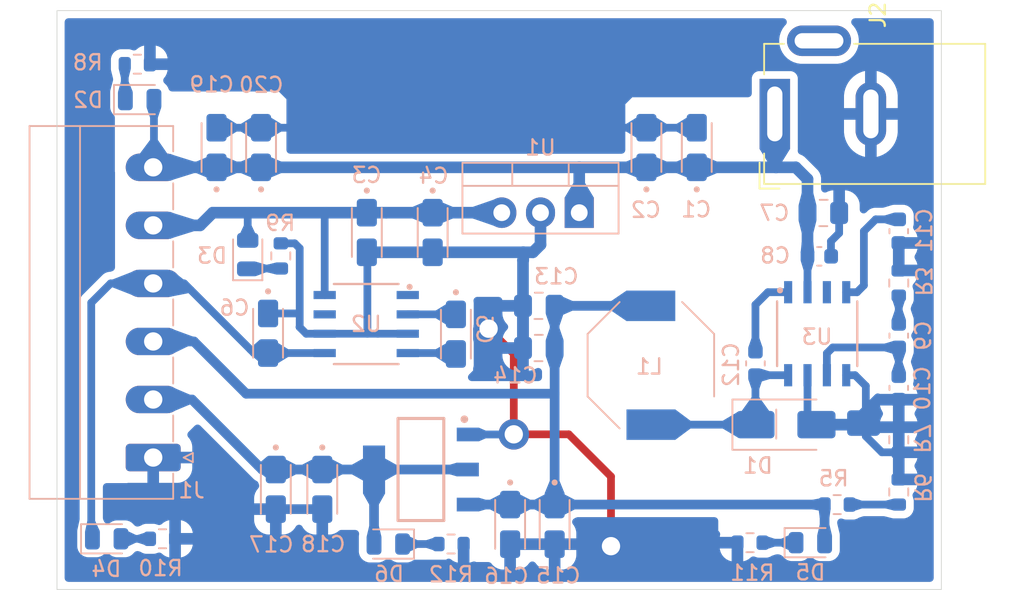
<source format=kicad_pcb>
(kicad_pcb (version 20240108) (generator "pcbnew") (generator_version "8.0")
  (layers (0 "F.Cu" signal) (31 "B.Cu" signal) (34 "B.Paste" user) (35 "F.Paste" user) (36 "B.SilkS" user "B.Silkscreen") (37 "F.SilkS" user "F.Silkscreen") (38 "B.Mask" user) (39 "F.Mask" user) (44 "Edge.Cuts" user))
  (net 0 "")
  (net 1 "+12V")
  (net 2 "+9V")
  (net 3 "Net-(U2-CAP-)")
  (net 4 "Net-(U2-CAP+)")
  (net 5 "-9V")
  (net 6 "Net-(C9-Pad1)")
  (net 7 "Net-(U3-COMP)")
  (net 8 "Net-(U3-SS)")
  (net 9 "Net-(U3-BOOT)")
  (net 10 "Net-(D1-K)")
  (net 11 "+5V")
  (net 12 "+3.3V")
  (net 13 "GND")
  (net 14 "Net-(D2-K)")
  (net 15 "Net-(D3-K)")
  (net 16 "Net-(D4-A)")
  (net 17 "Net-(D5-K)")
  (net 18 "Net-(D6-K)")
  (net 20 "Net-(R5-Pad1)")
  (footprint "Connector_BarrelJack:BarrelJack_GCT_DCJ200-10-A_Horizontal" (layer "F.Cu") (at 183.0062 87.2998 90)
    (property "Reference" "J2" (at 6.492 6.7564 90) (layer "F.SilkS") (effects (font (thickness 0.1524))))
    (property "Value" "Barrel_Jack_Switch")
    (pad "1" thru_hole rect (at 0 0 90) (size 4.6 2) (drill oval 3.6 1) (layers "*.Cu" "*.Mask") (net 1 "+12V"))
    (pad "2" thru_hole oval (at 0 6.3 90) (size 4.2 2) (drill oval 3.2 1) (layers "*.Cu" "*.Mask") (net 13 "GND"))
    (pad "3" thru_hole oval (at 4.8 2.9 90) (size 2 4.2) (drill oval 1 3.2) (layers "*.Cu" "*.Mask"))
  )
  (footprint "charge_battery_footprint_lib:Res_0603" (layer "B.Cu") (at 191.7446 110.7572 -90)
    (property "Reference" "R6" (at 1.079 -0.9398 -90) (layer "B.SilkS") (effects (font (thickness 0.1524)) (justify mirror)))
    (property "Value" "49.9K/1%/1_10W" (hide yes))
    (pad "1" smd roundrect (at 0.5338 0.6096 270) (size 0.8 0.95) (layers "B.Cu" "B.Paste" "B.Mask") (net 13 "GND"))
    (pad "2" smd roundrect (at 2.1838 0.6096 270) (size 0.8 0.95) (layers "B.Cu" "B.Paste" "B.Mask") (net 20 "Net-(R5-Pad1)"))
  )
  (footprint "charge_battery_footprint_lib:Res_0603" (layer "B.Cu") (at 188.4548 113.5506 180)
    (property "Reference" "R5" (at 1.587 2.324 0) (layer "B.SilkS") (effects (font (thickness 0.1524)) (justify mirror)))
    (property "Value" "2.49K/1%/1_10W" (hide yes))
    (pad "1" smd roundrect (at 0.5338 0.6096 180) (size 0.8 0.95) (layers "B.Cu" "B.Paste" "B.Mask") (net 20 "Net-(R5-Pad1)"))
    (pad "2" smd roundrect (at 2.1838 0.6096 180) (size 0.8 0.95) (layers "B.Cu" "B.Paste" "B.Mask") (net 11 "+5V"))
  )
  (footprint "charge_battery_footprint_lib:Tan_Cap_A" (layer "B.Cu") (at 145.3915 91.805 90)
    (property "Reference" "C19" (at 6.4356 0.6839 0) (layer "B.SilkS") (effects (font (thickness 0.1524)) (justify mirror)))
    (property "Value" "10uF/16V")
    (pad "1" smd roundrect (at 1 1 90) (size 1.81 1.32) (layers "B.Cu" "B.Paste" "B.Mask") (roundrect_rratio 0.17) (net 1 "+12V"))
    (pad "2" smd roundrect (at 3.6 1 90) (size 1.81 1.32) (layers "B.Cu" "B.Paste" "B.Mask") (roundrect_rratio 0.17) (net 13 "GND"))
  )
  (footprint "charge_battery_footprint_lib:Ceramic_Cap_0603" (layer "B.Cu") (at 185.926 96.647 180)
    (property "Reference" "C8" (at 2.8936 0.0508 0) (layer "B.SilkS") (effects (font (thickness 0.1524)) (justify mirror)))
    (property "Value" "100nF/16V")
    (pad "1" smd roundrect (at -0.775 0 180) (size 0.9 0.95) (layers "B.Cu" "B.Paste" "B.Mask") (net 13 "GND"))
    (pad "2" smd roundrect (at 0.775 0 180) (size 0.9 0.95) (layers "B.Cu" "B.Paste" "B.Mask") (net 1 "+12V"))
  )
  (footprint "charge_battery_footprint_lib:LED_0805" (layer "B.Cu") (at 157.659491 115.5328 180)
    (property "Reference" "D6" (at -0.049109 -1.9676 0) (layer "B.SilkS") (effects (font (thickness 0.1524)) (justify mirror)))
    (property "Value" "3V3")
    (pad "1" smd roundrect (at -0.9375 0 180) (size 0.975 1.4) (layers "B.Cu" "B.Paste" "B.Mask") (net 18 "Net-(D6-K)"))
    (pad "2" smd roundrect (at 0.9375 0 180) (size 0.975 1.4) (layers "B.Cu" "B.Paste" "B.Mask") (net 12 "+3.3V"))
  )
  (footprint "charge_battery_footprint_lib:Res_0603" (layer "B.Cu") (at 160.4142 114.9232)
    (property "Reference" "R12" (at 1.3584 2.6026 0) (layer "B.SilkS") (effects (font (thickness 0.1524)) (justify mirror)))
    (property "Value" "1K/1%/1_10W" (hide yes))
    (pad "1" smd roundrect (at 0.5338 0.6096) (size 0.8 0.95) (layers "B.Cu" "B.Paste" "B.Mask") (net 18 "Net-(D6-K)"))
    (pad "2" smd roundrect (at 2.1838 0.6096) (size 0.8 0.95) (layers "B.Cu" "B.Paste" "B.Mask") (net 13 "GND"))
  )
  (footprint "charge_battery_footprint_lib:Ceramic_Cap_0603" (layer "B.Cu") (at 191.135 105.283 90)
    (property "Reference" "C10" (at -0.0254 1.5494 90) (layer "B.SilkS") (effects (font (thickness 0.1524)) (justify mirror)))
    (property "Value" "39pF/50V")
    (pad "1" smd roundrect (at -0.775 0 90) (size 0.9 0.95) (layers "B.Cu" "B.Paste" "B.Mask") (net 13 "GND"))
    (pad "2" smd roundrect (at 0.775 0 90) (size 0.9 0.95) (layers "B.Cu" "B.Paste" "B.Mask") (net 7 "Net-(U3-COMP)"))
  )
  (footprint "charge_battery_footprint_lib:Res_0603" (layer "B.Cu") (at 141.4912 114.5794)
    (property "Reference" "R10" (at 1.2314 2.54 0) (layer "B.SilkS") (effects (font (thickness 0.1524)) (justify mirror)))
    (property "Value" "10K/1%/1_10W" (hide yes))
    (pad "1" smd roundrect (at 0.5338 0.6096) (size 0.8 0.95) (layers "B.Cu" "B.Paste" "B.Mask") (net 16 "Net-(D4-A)"))
    (pad "2" smd roundrect (at 2.1838 0.6096) (size 0.8 0.95) (layers "B.Cu" "B.Paste" "B.Mask") (net 13 "GND"))
  )
  (footprint "charge_battery_footprint_lib:Tan_Cap_A" (layer "B.Cu") (at 148.3125 91.805 90)
    (property "Reference" "C20" (at 6.4102 1.0141 0) (layer "B.SilkS") (effects (font (thickness 0.1524)) (justify mirror)))
    (property "Value" "1uF/16V")
    (pad "1" smd roundrect (at 1 1 90) (size 1.81 1.32) (layers "B.Cu" "B.Paste" "B.Mask") (roundrect_rratio 0.17) (net 1 "+12V"))
    (pad "2" smd roundrect (at 3.6 1 90) (size 1.81 1.32) (layers "B.Cu" "B.Paste" "B.Mask") (roundrect_rratio 0.17) (net 13 "GND"))
  )
  (footprint "charge_battery_footprint_lib:LED_0805" (layer "B.Cu") (at 148.4376 96.5341 90)
    (property "Reference" "D3" (at -0.0739 -2.3368 0) (layer "B.SilkS") (effects (font (thickness 0.1524)) (justify mirror)))
    (property "Value" "9V")
    (pad "1" smd roundrect (at -0.9375 0 90) (size 0.975 1.4) (layers "B.Cu" "B.Paste" "B.Mask") (net 15 "Net-(D3-K)"))
    (pad "2" smd roundrect (at 0.9375 0 90) (size 0.975 1.4) (layers "B.Cu" "B.Paste" "B.Mask") (net 2 "+9V"))
  )
  (footprint "charge_battery_footprint_lib:Ceramic_Cap_0805" (layer "B.Cu") (at 186.2045 93.853 180)
    (property "Reference" "C7" (at 3.2229 0.0508 0) (layer "B.SilkS") (effects (font (thickness 0.1524)) (justify mirror)))
    (property "Value" "4.7uF/50V")
    (pad "1" smd roundrect (at -1.0215 0.0508 180) (size 1.175 1.45) (layers "B.Cu" "B.Paste" "B.Mask") (roundrect_rratio 0.212766) (net 13 "GND"))
    (pad "2" smd roundrect (at 1.0535 0.0508 180) (size 1.175 1.45) (layers "B.Cu" "B.Paste" "B.Mask") (roundrect_rratio 0.212766) (net 1 "+12V"))
  )
  (footprint "charge_battery_footprint_lib:SOIC-8" (layer "B.Cu") (at 156.21 101.092 180)
    (property "Reference" "U2" (at 0 0 0) (layer "B.SilkS") (effects (font (thickness 0.1524)) (justify mirror)))
    (property "Value" "ICL7662CBA")
    (pad "1" smd rect (at -2.72415 1.905 180) (size 1.4605 0.5334) (layers "B.Cu" "B.Paste" "B.Mask"))
    (pad "2" smd rect (at -2.72415 0.635 180) (size 1.4605 0.5334) (layers "B.Cu" "B.Paste" "B.Mask") (net 4 "Net-(U2-CAP+)"))
    (pad "3" smd rect (at -2.72415 -0.635 180) (size 1.4605 0.5334) (layers "B.Cu" "B.Paste" "B.Mask") (net 13 "GND"))
    (pad "4" smd rect (at -2.72415 -1.905 180) (size 1.4605 0.5334) (layers "B.Cu" "B.Paste" "B.Mask") (net 3 "Net-(U2-CAP-)"))
    (pad "5" smd rect (at 2.72415 -1.905 180) (size 1.4605 0.5334) (layers "B.Cu" "B.Paste" "B.Mask") (net 5 "-9V"))
    (pad "6" smd rect (at 2.72415 -0.635 180) (size 1.4605 0.5334) (layers "B.Cu" "B.Paste" "B.Mask") (net 13 "GND"))
    (pad "7" smd rect (at 2.72415 0.635 180) (size 1.4605 0.5334) (layers "B.Cu" "B.Paste" "B.Mask"))
    (pad "8" smd rect (at 2.72415 1.905 180) (size 1.4605 0.5334) (layers "B.Cu" "B.Paste" "B.Mask") (net 2 "+9V"))
  )
  (footprint "charge_battery_footprint_lib:LED_0805" (layer "B.Cu") (at 141.351 86.36)
    (property "Reference" "D2" (at -3.3782 0.0254 0) (layer "B.SilkS") (effects (font (thickness 0.1524)) (justify mirror)))
    (property "Value" "12V")
    (pad "1" smd roundrect (at -0.9375 0) (size 0.975 1.4) (layers "B.Cu" "B.Paste" "B.Mask") (net 14 "Net-(D2-K)"))
    (pad "2" smd roundrect (at 0.9375 0) (size 0.975 1.4) (layers "B.Cu" "B.Paste" "B.Mask") (net 1 "+12V"))
  )
  (footprint "charge_battery_footprint_lib:Tan_Cap_A" (layer "B.Cu") (at 169.5665 111.941 -90)
    (property "Reference" "C15" (at 5.661 0.7581 0) (layer "B.SilkS") (effects (font (thickness 0.1524)) (justify mirror)))
    (property "Value" "10uF/16V")
    (pad "1" smd roundrect (at 1 1 270) (size 1.81 1.32) (layers "B.Cu" "B.Paste" "B.Mask") (roundrect_rratio 0.17) (net 11 "+5V"))
    (pad "2" smd roundrect (at 3.6 1 270) (size 1.81 1.32) (layers "B.Cu" "B.Paste" "B.Mask") (roundrect_rratio 0.17) (net 13 "GND"))
  )
  (footprint "charge_battery_footprint_lib:Res_0603" (layer "B.Cu") (at 191.7446 107.3282 -90)
    (property "Reference" "R7" (at 1.2822 -0.889 -90) (layer "B.SilkS") (effects (font (thickness 0.1524)) (justify mirror)))
    (property "Value" "10K/1%/1_10W" (hide yes))
    (pad "1" smd roundrect (at 0.5338 0.6096 270) (size 0.8 0.95) (layers "B.Cu" "B.Paste" "B.Mask") (net 13 "GND"))
    (pad "2" smd roundrect (at 2.1838 0.6096 270) (size 0.8 0.95) (layers "B.Cu" "B.Paste" "B.Mask") (net 13 "GND"))
  )
  (footprint "charge_battery_footprint_lib:Ceramic_Cap_0603" (layer "B.Cu") (at 191.135 94.996 90)
    (property "Reference" "C11" (at 0.0508 1.6764 90) (layer "B.SilkS") (effects (font (thickness 0.1524)) (justify mirror)))
    (property "Value" "10nF/50V")
    (pad "1" smd roundrect (at -0.775 0 90) (size 0.9 0.95) (layers "B.Cu" "B.Paste" "B.Mask") (net 13 "GND"))
    (pad "2" smd roundrect (at 0.775 0 90) (size 0.9 0.95) (layers "B.Cu" "B.Paste" "B.Mask") (net 8 "Net-(U3-SS)"))
  )
  (footprint "charge_battery_footprint_lib:Res_0603" (layer "B.Cu") (at 139.8402 83.4272)
    (property "Reference" "R8" (at -1.8928 0.4944 0) (layer "B.SilkS") (effects (font (thickness 0.1524)) (justify mirror)))
    (property "Value" "10K/1%/1_10W" (hide yes))
    (pad "1" smd roundrect (at 0.5338 0.6096) (size 0.8 0.95) (layers "B.Cu" "B.Paste" "B.Mask") (net 14 "Net-(D2-K)"))
    (pad "2" smd roundrect (at 2.1838 0.6096) (size 0.8 0.95) (layers "B.Cu" "B.Paste" "B.Mask") (net 13 "GND"))
  )
  (footprint "charge_battery_footprint_lib:SOT-223" (layer "B.Cu") (at 160.02 110.621412 180)
    (property "Reference" "U4" (hide yes))
    (property "Value" "LD1117S33CTR_SOT223" (hide yes))
    (pad "1" smd rect (at -2.851991 2.280412 90) (size 0.900001 1.45) (layers "B.Cu" "B.Paste" "B.Mask") (net 13 "GND"))
    (pad "2" smd rect (at -2.851991 -0.019588 90) (size 0.900001 1.45) (layers "B.Cu" "B.Paste" "B.Mask") (net 12 "+3.3V"))
    (pad "3" smd rect (at -2.851991 -2.319588 90) (size 0.900001 1.45) (layers "B.Cu" "B.Paste" "B.Mask") (net 11 "+5V"))
    (pad "4" smd rect (at 3.298009 -0.019588 90) (size 3.149999 1.45) (layers "B.Cu" "B.Paste" "B.Mask") (net 12 "+3.3V"))
  )
  (footprint "charge_battery_footprint_lib:D_SMA" (layer "B.Cu") (at 183.737 107.696)
    (property "Reference" "D1" (at -1.8476 2.6924 0) (layer "B.SilkS") (effects (font (thickness 0.1524)) (justify mirror)))
    (property "Value" "SS54")
    (pad "1" smd roundrect (at 2 0) (size 2.5 1.8) (layers "B.Cu" "B.Paste" "B.Mask") (roundrect_rratio 0.1388888889) (net 13 "GND"))
    (pad "2" smd roundrect (at -2 0) (size 2.5 1.8) (layers "B.Cu" "B.Paste" "B.Mask") (roundrect_rratio 0.1388888889) (net 10 "Net-(D1-K)"))
  )
  (footprint "charge_battery_footprint_lib:Tan_Cap_A" (layer "B.Cu") (at 166.6475 111.941 -90)
    (property "Reference" "C16" (at 5.6864 1.2427 0) (layer "B.SilkS") (effects (font (thickness 0.1524)) (justify mirror)))
    (property "Value" "1uF/16V")
    (pad "1" smd roundrect (at 1 1 270) (size 1.81 1.32) (layers "B.Cu" "B.Paste" "B.Mask") (roundrect_rratio 0.17) (net 11 "+5V"))
    (pad "2" smd roundrect (at 3.6 1 270) (size 1.81 1.32) (layers "B.Cu" "B.Paste" "B.Mask") (roundrect_rratio 0.17) (net 13 "GND"))
  )
  (footprint "charge_battery_footprint_lib:Tan_Cap_A" (layer "B.Cu") (at 157.2495 92.782 -90)
    (property "Reference" "C3" (at -1.469 1.0141 0) (layer "B.SilkS") (effects (font (thickness 0.1524)) (justify mirror)))
    (property "Value" "1uF/16V")
    (pad "1" smd roundrect (at 1 1 270) (size 1.81 1.32) (layers "B.Cu" "B.Paste" "B.Mask") (roundrect_rratio 0.17) (net 2 "+9V"))
    (pad "2" smd roundrect (at 3.6 1 270) (size 1.81 1.32) (layers "B.Cu" "B.Paste" "B.Mask") (roundrect_rratio 0.17) (net 13 "GND"))
  )
  (footprint "charge_battery_footprint_lib:Tan_Cap_A" (layer "B.Cu") (at 173.5855 91.805 90)
    (property "Reference" "C2" (at -1.794 0.9633 0) (layer "B.SilkS") (effects (font (thickness 0.1524)) (justify mirror)))
    (property "Value" "1uF/16V")
    (pad "1" smd roundrect (at 1 1 90) (size 1.81 1.32) (layers "B.Cu" "B.Paste" "B.Mask") (roundrect_rratio 0.17) (net 1 "+12V"))
    (pad "2" smd roundrect (at 3.6 1 90) (size 1.81 1.32) (layers "B.Cu" "B.Paste" "B.Mask") (roundrect_rratio 0.17) (net 13 "GND"))
  )
  (footprint "charge_battery_footprint_lib:Ceramic_Cap_0805" (layer "B.Cu") (at 167.513 102.616)
    (property "Reference" "C14" (at -1.524 1.8542 0) (layer "B.SilkS") (effects (font (thickness 0.1524)) (justify mirror)))
    (property "Value" "47uF/6.3V")
    (pad "1" smd roundrect (at -1.0215 0.0508) (size 1.175 1.45) (layers "B.Cu" "B.Paste" "B.Mask") (roundrect_rratio 0.212766) (net 13 "GND"))
    (pad "2" smd roundrect (at 1.0535 0.0508) (size 1.175 1.45) (layers "B.Cu" "B.Paste" "B.Mask") (roundrect_rratio 0.212766) (net 11 "+5V"))
  )
  (footprint "charge_battery_footprint_lib:LED_0805" (layer "B.Cu") (at 185.3335 115.443)
    (property "Reference" "D5" (at 0.0103 1.9558 0) (layer "B.SilkS") (effects (font (thickness 0.1524)) (justify mirror)))
    (property "Value" "5V")
    (pad "1" smd roundrect (at -0.9375 0) (size 0.975 1.4) (layers "B.Cu" "B.Paste" "B.Mask") (net 17 "Net-(D5-K)"))
    (pad "2" smd roundrect (at 0.9375 0) (size 0.975 1.4) (layers "B.Cu" "B.Paste" "B.Mask") (net 11 "+5V"))
  )
  (footprint "charge_battery_footprint_lib:Res_0603" (layer "B.Cu") (at 182.7398 116.0526 180)
    (property "Reference" "R11" (at 1.206 -1.3716 0) (layer "B.SilkS") (effects (font (thickness 0.1524)) (justify mirror)))
    (property "Value" "1K/1%/1_10W" (hide yes))
    (pad "1" smd roundrect (at 0.5338 0.6096 180) (size 0.8 0.95) (layers "B.Cu" "B.Paste" "B.Mask") (net 17 "Net-(D5-K)"))
    (pad "2" smd roundrect (at 2.1838 0.6096 180) (size 0.8 0.95) (layers "B.Cu" "B.Paste" "B.Mask") (net 13 "GND"))
  )
  (footprint "charge_battery_footprint_lib:LED_0805" (layer "B.Cu") (at 139.192 115.189)
    (property "Reference" "D4" (at -0.0254 1.9812 0) (layer "B.SilkS") (effects (font (thickness 0.1524)) (justify mirror)))
    (property "Value" "-9V")
    (pad "1" smd roundrect (at -0.9375 0) (size 0.975 1.4) (layers "B.Cu" "B.Paste" "B.Mask") (net 5 "-9V"))
    (pad "2" smd roundrect (at 0.9375 0) (size 0.975 1.4) (layers "B.Cu" "B.Paste" "B.Mask") (net 16 "Net-(D4-A)"))
  )
  (footprint "charge_battery_footprint_lib:Ceramic_Cap_0603" (layer "B.Cu") (at 181.737 103.67615 -90)
    (property "Reference" "C12" (at 0.08285 1.6002 90) (layer "B.SilkS") (effects (font (thickness 0.1524)) (justify mirror)))
    (property "Value" "100nF/16V")
    (pad "1" smd roundrect (at -0.775 0 270) (size 0.9 0.95) (layers "B.Cu" "B.Paste" "B.Mask") (net 9 "Net-(U3-BOOT)"))
    (pad "2" smd roundrect (at 0.775 0 270) (size 0.9 0.95) (layers "B.Cu" "B.Paste" "B.Mask") (net 10 "Net-(D1-K)"))
  )
  (footprint "charge_battery_footprint_lib:Tan_Cap_A" (layer "B.Cu") (at 176.8875 91.805 90)
    (property "Reference" "C1" (at -1.7686 0.9633 0) (layer "B.SilkS") (effects (font (thickness 0.1524)) (justify mirror)))
    (property "Value" "10uF/16V")
    (pad "1" smd roundrect (at 1 1 90) (size 1.81 1.32) (layers "B.Cu" "B.Paste" "B.Mask") (roundrect_rratio 0.17) (net 1 "+12V"))
    (pad "2" smd roundrect (at 3.6 1 90) (size 1.81 1.32) (layers "B.Cu" "B.Paste" "B.Mask") (roundrect_rratio 0.17) (net 13 "GND"))
  )
  (footprint "Connector_Phoenix_MC:PhoenixContact_MC_1,5_6-G-3.81_1x06_P3.81mm_Horizontal" (layer "B.Cu") (at 142.24 109.855 90)
    (property "Reference" "J1" (at -2.159 2.5146 0) (layer "B.SilkS") (effects (font (thickness 0.1524)) (justify mirror)))
    (property "Value" "Conn_01x06_Socket")
    (pad "1" thru_hole roundrect (at 0 0 90) (size 1.8 3.6) (drill 1.2) (layers "*.Cu" "*.Mask") (roundrect_rratio 0.138889) (net 13 "GND"))
    (pad "2" thru_hole oval (at 3.81 0 90) (size 1.8 3.6) (drill 1.2) (layers "*.Cu" "*.Mask") (net 12 "+3.3V"))
    (pad "3" thru_hole oval (at 7.62 0 90) (size 1.8 3.6) (drill 1.2) (layers "*.Cu" "*.Mask") (net 11 "+5V"))
    (pad "4" thru_hole oval (at 11.43 0 90) (size 1.8 3.6) (drill 1.2) (layers "*.Cu" "*.Mask") (net 5 "-9V"))
    (pad "5" thru_hole oval (at 15.24 0 90) (size 1.8 3.6) (drill 1.2) (layers "*.Cu" "*.Mask") (net 2 "+9V"))
    (pad "6" thru_hole oval (at 19.05 0 90) (size 1.8 3.6) (drill 1.2) (layers "*.Cu" "*.Mask") (net 1 "+12V"))
  )
  (footprint "charge_battery_footprint_lib:Inductor_6.8u_4.4A" (layer "B.Cu") (at 174.879 103.7822 90)
    (property "Reference" "L1" (at -0.1038 -0.1016 0) (layer "B.SilkS") (effects (font (thickness 0.1524)) (justify mirror)))
    (property "Value" "6.8u/4.4A")
    (pad "1" smd rect (at -3.9138 0 90) (size 2 3.2) (layers "B.Cu" "B.Paste" "B.Mask") (net 10 "Net-(D1-K)"))
    (pad "2" smd rect (at 3.8862 0 90) (size 2 3.2) (layers "B.Cu" "B.Paste" "B.Mask") (net 11 "+5V"))
  )
  (footprint "charge_battery_footprint_lib:Tan_Cap_A" (layer "B.Cu") (at 151.2805 109.641 -90)
    (property "Reference" "C17" (at 5.929 1.2935 0) (layer "B.SilkS") (effects (font (thickness 0.1524)) (justify mirror)))
    (property "Value" "10uF/16V")
    (pad "1" smd roundrect (at 1 1 270) (size 1.81 1.32) (layers "B.Cu" "B.Paste" "B.Mask") (roundrect_rratio 0.17) (net 12 "+3.3V"))
    (pad "2" smd roundrect (at 3.6 1 270) (size 1.81 1.32) (layers "B.Cu" "B.Paste" "B.Mask") (roundrect_rratio 0.17) (net 13 "GND"))
  )
  (footprint "charge_battery_footprint_lib:Ceramic_Cap_0603" (layer "B.Cu") (at 191.135 101.854 -90)
    (property "Reference" "C9" (at 0 -1.6002 90) (layer "B.SilkS") (effects (font (thickness 0.1524)) (justify mirror)))
    (property "Value" "4.7nF/50V")
    (pad "1" smd roundrect (at -0.775 0 270) (size 0.9 0.95) (layers "B.Cu" "B.Paste" "B.Mask") (net 6 "Net-(C9-Pad1)"))
    (pad "2" smd roundrect (at 0.775 0 270) (size 0.9 0.95) (layers "B.Cu" "B.Paste" "B.Mask") (net 7 "Net-(U3-COMP)"))
  )
  (footprint "charge_battery_footprint_lib:SOIC-8" (layer "B.Cu") (at 185.786 101.727 -90)
    (property "Reference" "U3" (at 0.2032 0.0104 0) (layer "B.SilkS") (effects (font (thickness 0.1524)) (justify mirror)))
    (property "Value" "TPS54331DR")
    (pad "1" smd rect (at -2.72415 1.905 270) (size 1.4605 0.5334) (layers "B.Cu" "B.Paste" "B.Mask") (net 9 "Net-(U3-BOOT)"))
    (pad "2" smd rect (at -2.72415 0.635 270) (size 1.4605 0.5334) (layers "B.Cu" "B.Paste" "B.Mask") (net 1 "+12V"))
    (pad "3" smd rect (at -2.72415 -0.635 270) (size 1.4605 0.5334) (layers "B.Cu" "B.Paste" "B.Mask"))
    (pad "4" smd rect (at -2.72415 -1.905 270) (size 1.4605 0.5334) (layers "B.Cu" "B.Paste" "B.Mask") (net 8 "Net-(U3-SS)"))
    (pad "5" smd rect (at 2.72415 -1.905 270) (size 1.4605 0.5334) (layers "B.Cu" "B.Paste" "B.Mask") (net 13 "GND"))
    (pad "6" smd rect (at 2.72415 -0.635 270) (size 1.4605 0.5334) (layers "B.Cu" "B.Paste" "B.Mask") (net 7 "Net-(U3-COMP)"))
    (pad "7" smd rect (at 2.72415 0.635 270) (size 1.4605 0.5334) (layers "B.Cu" "B.Paste" "B.Mask") (net 13 "GND"))
    (pad "8" smd rect (at 2.72415 1.905 270) (size 1.4605 0.5334) (layers "B.Cu" "B.Paste" "B.Mask") (net 10 "Net-(D1-K)"))
  )
  (footprint "charge_battery_footprint_lib:Tan_Cap_A" (layer "B.Cu") (at 154.3285 109.641 -90)
    (property "Reference" "C18" (at 5.9036 0.9379 0) (layer "B.SilkS") (effects (font (thickness 0.1524)) (justify mirror)))
    (property "Value" "1uF/16V")
    (pad "1" smd roundrect (at 1 1 270) (size 1.81 1.32) (layers "B.Cu" "B.Paste" "B.Mask") (roundrect_rratio 0.17) (net 12 "+3.3V"))
    (pad "2" smd roundrect (at 3.6 1 270) (size 1.81 1.32) (layers "B.Cu" "B.Paste" "B.Mask") (roundrect_rratio 0.17) (net 13 "GND"))
  )
  (footprint "charge_battery_footprint_lib:Ceramic_Cap_0805" (layer "B.Cu") (at 167.513 99.8452)
    (property "Reference" "C13" (at 1.1684 -1.8774 0) (layer "B.SilkS") (effects (font (thickness 0.1524)) (justify mirror)))
    (property "Value" "47uF/6.3V")
    (pad "1" smd roundrect (at -1.0215 0.0508) (size 1.175 1.45) (layers "B.Cu" "B.Paste" "B.Mask") (roundrect_rratio 0.212766) (net 13 "GND"))
    (pad "2" smd roundrect (at 1.0535 0.0508) (size 1.175 1.45) (layers "B.Cu" "B.Paste" "B.Mask") (roundrect_rratio 0.212766) (net 11 "+5V"))
  )
  (footprint "charge_battery_footprint_lib:Tan_Cap_A" (layer "B.Cu") (at 150.7725 99.397 -90)
    (property "Reference" "C6" (at 0.6282 3.1985 0) (layer "B.SilkS") (effects (font (thickness 0.1524)) (justify mirror)))
    (property "Value" "10uF/16V")
    (pad "1" smd roundrect (at 1 1 270) (size 1.81 1.32) (layers "B.Cu" "B.Paste" "B.Mask") (roundrect_rratio 0.17) (net 13 "GND"))
    (pad "2" smd roundrect (at 3.6 1 270) (size 1.81 1.32) (layers "B.Cu" "B.Paste" "B.Mask") (roundrect_rratio 0.17) (net 5 "-9V"))
  )
  (footprint "charge_battery_footprint_lib:Tan_Cap_A" (layer "B.Cu") (at 161.5675 92.782 -90)
    (property "Reference" "C4" (at -1.4182 0.9379 0) (layer "B.SilkS") (effects (font (thickness 0.1524)) (justify mirror)))
    (property "Value" "10uF/16V")
    (pad "1" smd roundrect (at 1 1 270) (size 1.81 1.32) (layers "B.Cu" "B.Paste" "B.Mask") (roundrect_rratio 0.17) (net 2 "+9V"))
    (pad "2" smd roundrect (at 3.6 1 270) (size 1.81 1.32) (layers "B.Cu" "B.Paste" "B.Mask") (roundrect_rratio 0.17) (net 13 "GND"))
  )
  (footprint "charge_battery_footprint_lib:TO-220-3" (layer "B.Cu") (at 170.18 93.782 180)
    (property "Reference" "U1" (at 2.54 4.27 0) (layer "B.SilkS") (effects (font (thickness 0.1524)) (justify mirror)))
    (property "Value" "L7809CV")
    (pad "1" thru_hole rect (at 0 0 180) (size 1.905 2) (drill 1.1) (layers "*.Cu" "*.Mask") (net 1 "+12V"))
    (pad "2" thru_hole oval (at 2.54 0 180) (size 1.905 2) (drill 1.1) (layers "*.Cu" "*.Mask") (net 13 "GND"))
    (pad "3" thru_hole oval (at 5.08 0 180) (size 1.905 2) (drill 1.1) (layers "*.Cu" "*.Mask") (net 2 "+9V"))
  )
  (footprint "charge_battery_footprint_lib:Res_0603" (layer "B.Cu") (at 150.0006 97.98 90)
    (property "Reference" "R9" (at 3.5174 0.5706 0) (layer "B.SilkS") (effects (font (thickness 0.1524)) (justify mirror)))
    (property "Value" "10K/1%/1_10W" (hide yes))
    (pad "1" smd roundrect (at 0.5338 0.6096 90) (size 0.8 0.95) (layers "B.Cu" "B.Paste" "B.Mask") (net 15 "Net-(D3-K)"))
    (pad "2" smd roundrect (at 2.1838 0.6096 90) (size 0.8 0.95) (layers "B.Cu" "B.Paste" "B.Mask") (net 13 "GND"))
  )
  (footprint "charge_battery_footprint_lib:Res_0603" (layer "B.Cu") (at 191.7446 97.0412 -90)
    (property "Reference" "R3" (at 1.2568 -0.9906 -90) (layer "B.SilkS") (effects (font (thickness 0.1524)) (justify mirror)))
    (property "Value" "30K/1%/1_10W" (hide yes))
    (pad "1" smd roundrect (at 0.5338 0.6096 270) (size 0.8 0.95) (layers "B.Cu" "B.Paste" "B.Mask") (net 13 "GND"))
    (pad "2" smd roundrect (at 2.1838 0.6096 270) (size 0.8 0.95) (layers "B.Cu" "B.Paste" "B.Mask") (net 6 "Net-(C9-Pad1)"))
  )
  (footprint "charge_battery_footprint_lib:Tan_Cap_A" (layer "B.Cu") (at 163.0915 99.457 -90)
    (property "Reference" "C5" (at 1.9652 -0.8655 -90) (layer "B.SilkS") (effects (font (thickness 0.1524)) (justify mirror)))
    (property "Value" "10uF/16V")
    (pad "1" smd roundrect (at 1 1 270) (size 1.81 1.32) (layers "B.Cu" "B.Paste" "B.Mask") (roundrect_rratio 0.17) (net 4 "Net-(U2-CAP+)"))
    (pad "2" smd roundrect (at 3.6 1 270) (size 1.81 1.32) (layers "B.Cu" "B.Paste" "B.Mask") (roundrect_rratio 0.17) (net 3 "Net-(U2-CAP-)"))
  )
  (gr_rect (start 135.929 80.518) (end 193.929 118.518) (stroke (width 0.05)) (fill none) (layer "Edge.Cuts"))
  (segment (start 170.18 90.805) (end 149.3125 90.805) (width 0.762) (layer "B.Cu") (net 1))
  (segment (start 149.3125 90.805) (end 146.3915 90.805) (width 0.762) (layer "B.Cu") (net 1))
  (segment (start 185.151 99.00285) (end 185.151 96.647) (width 0.508) (layer "B.Cu") (net 1))
  (segment (start 146.3915 90.805) (end 142.24 90.805) (width 0.762) (layer "B.Cu") (net 1))
  (segment (start 183.0062 90.728) (end 183.0062 87.2998) (width 0.762) (layer "B.Cu") (net 1))
  (segment (start 185.151 91.5774) (end 184.3786 90.805) (width 0.762) (layer "B.Cu") (net 1))
  (segment (start 142.2885 90.7565) (end 142.24 90.805) (width 0.508) (layer "B.Cu") (net 1))
  (segment (start 184.3786 90.805) (end 183.0832 90.805) (width 0.762) (layer "B.Cu") (net 1))
  (segment (start 142.2885 86.36) (end 142.2885 90.7565) (width 0.508) (layer "B.Cu") (net 1))
  (segment (start 185.151 93.8022) (end 185.151 91.5774) (width 0.762) (layer "B.Cu") (net 1))
  (segment (start 183.0832 90.805) (end 183.0062 90.728) (width 0.762) (layer "B.Cu") (net 1))
  (segment (start 174.427 91.0125) (end 174.5855 90.854) (width 0.508) (layer "B.Cu") (net 1))
  (segment (start 170.18 93.782) (end 170.18 90.805) (width 0.762) (layer "B.Cu") (net 1))
  (segment (start 177.8875 90.805) (end 174.5855 90.805) (width 0.762) (layer "B.Cu") (net 1))
  (segment (start 177.8875 90.805) (end 183.0832 90.805) (width 0.762) (layer "B.Cu") (net 1))
  (segment (start 185.151 93.8022) (end 185.151 96.647) (width 0.762) (layer "B.Cu") (net 1))
  (segment (start 174.5855 90.805) (end 170.18 90.805) (width 0.762) (layer "B.Cu") (net 1))
  (segment (start 146.1464 93.782) (end 145.3134 94.615) (width 0.762) (layer "B.Cu") (net 2))
  (segment (start 148.4376 95.5966) (end 148.4376 93.782) (width 0.508) (layer "B.Cu") (net 2))
  (segment (start 145.3134 94.615) (end 142.24 94.615) (width 0.762) (layer "B.Cu") (net 2))
  (segment (start 153.48585 99.187) (end 153.48585 93.83915) (width 0.508) (layer "B.Cu") (net 2))
  (segment (start 153.48585 93.83915) (end 153.543 93.782) (width 0.508) (layer "B.Cu") (net 2))
  (segment (start 165.1 93.782) (end 160.5675 93.782) (width 0.762) (layer "B.Cu") (net 2))
  (segment (start 148.4376 93.782) (end 146.1464 93.782) (width 0.762) (layer "B.Cu") (net 2))
  (segment (start 157.5195 93.782) (end 153.543 93.782) (width 0.762) (layer "B.Cu") (net 2))
  (segment (start 160.5675 93.782) (end 157.5195 93.782) (width 0.762) (layer "B.Cu") (net 2))
  (segment (start 153.543 93.782) (end 148.4376 93.782) (width 0.762) (layer "B.Cu") (net 2))
  (segment (start 158.93415 102.997) (end 162.0315 102.997) (width 0.508) (layer "B.Cu") (net 3))
  (segment (start 162.0315 102.997) (end 162.0915 103.057) (width 0.508) (layer "B.Cu") (net 3))
  (segment (start 158.93415 100.457) (end 162.0915 100.457) (width 0.508) (layer "B.Cu") (net 4))
  (segment (start 144.272 98.425) (end 142.24 98.425) (width 0.508) (layer "B.Cu") (net 5))
  (segment (start 149.7725 102.997) (end 148.844 102.997) (width 0.508) (layer "B.Cu") (net 5))
  (segment (start 153.48585 102.997) (end 149.7725 102.997) (width 0.508) (layer "B.Cu") (net 5))
  (segment (start 148.844 102.997) (end 144.272 98.425) (width 0.508) (layer "B.Cu") (net 5))
  (segment (start 138.176 99.695) (end 138.176 115.1105) (width 0.508) (layer "B.Cu") (net 5))
  (segment (start 138.176 115.1105) (end 138.2545 115.189) (width 0.508) (layer "B.Cu") (net 5))
  (segment (start 142.24 98.425) (end 139.446 98.425) (width 0.508) (layer "B.Cu") (net 5))
  (segment (start 139.446 98.425) (end 138.176 99.695) (width 0.508) (layer "B.Cu") (net 5))
  (segment (start 191.135 99.225) (end 191.135 101.079) (width 0.508) (layer "B.Cu") (net 6))
  (segment (start 186.804 102.629) (end 186.421 103.012) (width 0.508) (layer "B.Cu") (net 7))
  (segment (start 186.421 103.012) (end 186.421 104.45115) (width 0.508) (layer "B.Cu") (net 7))
  (segment (start 191.135 102.629) (end 186.804 102.629) (width 0.508) (layer "B.Cu") (net 7))
  (segment (start 191.135 102.629) (end 191.135 104.508) (width 0.508) (layer "B.Cu") (net 7))
  (segment (start 189.624 94.221) (end 188.849 94.996) (width 0.508) (layer "B.Cu") (net 8))
  (segment (start 188.849 98.552) (end 188.39815 99.00285) (width 0.508) (layer "B.Cu") (net 8))
  (segment (start 188.39815 99.00285) (end 187.691 99.00285) (width 0.508) (layer "B.Cu") (net 8))
  (segment (start 191.135 94.221) (end 189.624 94.221) (width 0.508) (layer "B.Cu") (net 8))
  (segment (start 188.849 94.996) (end 188.849 98.552) (width 0.508) (layer "B.Cu") (net 8))
  (segment (start 183.881 99.00285) (end 182.55615 99.00285) (width 0.508) (layer "B.Cu") (net 9))
  (segment (start 182.55615 99.00285) (end 181.737 99.822) (width 0.508) (layer "B.Cu") (net 9))
  (segment (start 181.737 99.822) (end 181.737 102.90115) (width 0.508) (layer "B.Cu") (net 9))
  (segment (start 183.881 104.45115) (end 181.737 104.45115) (width 0.508) (layer "B.Cu") (net 10))
  (segment (start 181.737 107.696) (end 174.879 107.696) (width 0.508) (layer "B.Cu") (net 10))
  (segment (start 181.737 104.45115) (end 181.737 107.696) (width 0.508) (layer "B.Cu") (net 10))
  (segment (start 144.907 102.235) (end 142.24 102.235) (width 0.635) (layer "B.Cu") (net 11))
  (segment (start 165.6475 112.941) (end 162.871991 112.941) (width 0.635) (layer "B.Cu") (net 11))
  (segment (start 148.336 105.664) (end 144.907 102.235) (width 0.635) (layer "B.Cu") (net 11))
  (segment (start 168.5665 105.664) (end 148.336 105.664) (width 0.635) (layer "B.Cu") (net 11))
  (segment (start 168.5665 112.941) (end 165.6475 112.941) (width 0.635) (layer "B.Cu") (net 11))
  (segment (start 168.5665 105.664) (end 168.5665 112.941) (width 0.635) (layer "B.Cu") (net 11))
  (segment (start 174.879 99.896) (end 168.5665 99.896) (width 0.635) (layer "B.Cu") (net 11))
  (segment (start 168.5665 102.6668) (end 168.5665 105.664) (width 0.635) (layer "B.Cu") (net 11))
  (segment (start 168.5665 99.896) (end 168.5665 102.6668) (width 0.635) (layer "B.Cu") (net 11))
  (segment (start 168.5665 112.941) (end 186.271 112.941) (width 0.635) (layer "B.Cu") (net 11))
  (segment (start 186.271 112.941) (end 186.271 115.443) (width 0.635) (layer "B.Cu") (net 11))
  (segment (start 153.3285 110.641) (end 150.2805 110.641) (width 0.635) (layer "B.Cu") (net 12))
  (segment (start 144.78 106.045) (end 142.24 106.045) (width 0.635) (layer "B.Cu") (net 12))
  (segment (start 156.721991 110.641) (end 153.3285 110.641) (width 0.635) (layer "B.Cu") (net 12))
  (segment (start 150.2805 110.641) (end 149.376 110.641) (width 0.635) (layer "B.Cu") (net 12))
  (segment (start 156.721991 110.641) (end 156.721991 115.5328) (width 0.635) (layer "B.Cu") (net 12))
  (segment (start 149.376 110.641) (end 144.78 106.045) (width 0.635) (layer "B.Cu") (net 12))
  (segment (start 162.871991 110.641) (end 156.721991 110.641) (width 0.635) (layer "B.Cu") (net 12))
  (segment (start 165.8874 108.331) (end 169.4942 108.331) (width 0.508) (layer "F.Cu") (net 13))
  (segment (start 165.8874 103.0478) (end 165.8874 108.331) (width 0.508) (layer "F.Cu") (net 13))
  (segment (start 172.2628 111.0996) (end 172.2628 115.6716) (width 0.508) (layer "F.Cu") (net 13))
  (segment (start 164.2364 101.3968) (end 165.8874 103.0478) (width 0.508) (layer "F.Cu") (net 13))
  (segment (start 169.4942 108.331) (end 172.2628 111.0996) (width 0.508) (layer "F.Cu") (net 13))
  (via (at 172.2628 115.6716) (size 2) (drill 1.2) (layers "F.Cu" "B.Cu") (net 13))
  (via (at 164.2364 101.3968) (size 2) (drill 1.2) (layers "F.Cu" "B.Cu") (net 13))
  (via (at 165.8874 108.331) (size 2) (drill 1.2) (layers "F.Cu" "B.Cu") (net 13))
  (segment (start 151.5238 95.7962) (end 151.8472 96.1196) (width 0.508) (layer "B.Cu") (net 13))
  (segment (start 158.93415 101.727) (end 156.972 101.727) (width 0.508) (layer "B.Cu") (net 13))
  (segment (start 167.64 95.885) (end 167.143 96.382) (width 0.762) (layer "B.Cu") (net 13))
  (segment (start 160.5675 96.382) (end 156.2495 96.382) (width 0.762) (layer "B.Cu") (net 13))
  (segment (start 185.737 107.696) (end 188.976 107.696) (width 0.508) (layer "B.Cu") (net 13))
  (segment (start 188.976 107.696) (end 189.611 107.696) (width 0.508) (layer "B.Cu") (net 13))
  (segment (start 187.226 95.1204) (end 186.69 95.6564) (width 0.508) (layer "B.Cu") (net 13))
  (segment (start 162.871991 108.341) (end 165.8774 108.341) (width 0.508) (layer "B.Cu") (net 13))
  (segment (start 185.8386 107.7976) (end 185.737 107.696) (width 0.508) (layer "B.Cu") (net 13))
  (segment (start 174.5855 88.205) (end 177.8875 88.205) (width 0.508) (layer "B.Cu") (net 13))
  (segment (start 151.8472 101.2892) (end 151.8412 101.2952) (width 0.508) (layer "B.Cu") (net 13))
  (segment (start 167.64 93.782) (end 167.64 95.885) (width 0.762) (layer "B.Cu") (net 13))
  (segment (start 185.151 107.11) (end 185.737 107.696) (width 0.508) (layer "B.Cu") (net 13))
  (segment (start 153.3285 113.241) (end 150.2805 113.241) (width 0.635) (layer "B.Cu") (net 13))
  (segment (start 151.8412 101.2952) (end 152.273 101.727) (width 0.508) (layer "B.Cu") (net 13))
  (segment (start 189.777 107.862) (end 191.135 107.862) (width 0.508) (layer "B.Cu") (net 13))
  (segment (start 150.6102 95.7962) (end 151.5238 95.7962) (width 0.508) (layer "B.Cu") (net 13))
  (segment (start 188.976 105.156) (end 188.976 107.696) (width 0.508) (layer "B.Cu") (net 13))
  (segment (start 187.691 104.45115) (end 188.27115 104.45115) (width 0.508) (layer "B.Cu") (net 13))
  (segment (start 188.976 107.696) (end 188.976 108.458) (width 0.508) (layer "B.Cu") (net 13))
  (segment (start 152.273 101.727) (end 153.48585 101.727) (width 0.508) (layer "B.Cu") (net 13))
  (segment (start 168.5665 115.541) (end 165.6475 115.541) (width 0.635) (layer "B.Cu") (net 13))
  (segment (start 151.8472 96.1196) (end 151.8472 101.2892) (width 0.508) (layer "B.Cu") (net 13))
  (segment (start 149.3125 88.205) (end 146.3915 88.205) (width 0.508) (layer "B.Cu") (net 13))
  (segment (start 166.508 96.382) (end 166.508 96.89) (width 0.762) (layer "B.Cu") (net 13))
  (segment (start 191.135 109.512) (end 191.135 111.291) (width 0.508) (layer "B.Cu") (net 13))
  (segment (start 166.508 96.89) (end 166.4915 96.9065) (width 0.762) (layer "B.Cu") (net 13))
  (segment (start 166.508 96.382) (end 160.5675 96.382) (width 0.762) (layer "B.Cu") (net 13))
  (segment (start 186.69 95.6564) (end 186.69 96.636) (width 0.508) (layer "B.Cu") (net 13))
  (segment (start 188.27115 104.45115) (end 188.976 105.156) (width 0.508) (layer "B.Cu") (net 13))
  (segment (start 156.2862 101.727) (end 156.2862 96.5454) (width 0.508) (layer "B.Cu") (net 13))
  (segment (start 153.48585 101.727) (end 156.972 101.727) (width 0.508) (layer "B.Cu") (net 13))
  (segment (start 191.135 95.771) (end 191.135 97.575) (width 0.508) (layer "B.Cu") (net 13))
  (segment (start 166.4915 99.896) (end 166.4915 102.6668) (width 0.762) (layer "B.Cu") (net 13))
  (segment (start 151.8412 100.397) (end 149.7725 100.397) (width 0.508) (layer "B.Cu") (net 13))
  (segment (start 186.69 96.636) (end 186.701 96.647) (width 0.508) (layer "B.Cu") (net 13))
  (segment (start 165.8774 108.341) (end 165.8874 108.331) (width 0.508) (layer "B.Cu") (net 13))
  (segment (start 167.143 96.382) (end 166.508 96.382) (width 0.762) (layer "B.Cu") (net 13))
  (segment (start 187.226 93.8022) (end 187.226 95.1204) (width 0.508) (layer "B.Cu") (net 13))
  (segment (start 188.976 108.458) (end 190.03 109.512) (width 0.508) (layer "B.Cu") (net 13))
  (segment (start 191.135 106.058) (end 191.135 107.862) (width 0.508) (layer "B.Cu") (net 13))
  (segment (start 185.151 104.45115) (end 185.151 107.11) (width 0.508) (layer "B.Cu") (net 13))
  (segment (start 190.03 109.512) (end 191.135 109.512) (width 0.508) (layer "B.Cu") (net 13))
  (segment (start 189.611 107.696) (end 189.777 107.862) (width 0.508) (layer "B.Cu") (net 13))
  (segment (start 166.4915 96.9065) (end 166.4915 99.896) (width 0.762) (layer "B.Cu") (net 13))
  (segment (start 149.3125 88.205) (end 174.5855 88.205) (width 0.508) (layer "B.Cu") (net 13))
  (segment (start 140.374 86.3205) (end 140.4135 86.36) (width 0.508) (layer "B.Cu") (net 14))
  (segment (start 140.374 84.0368) (end 140.374 86.3205) (width 0.508) (layer "B.Cu") (net 14))
  (segment (start 150.6102 97.4462) (end 148.463 97.4462) (width 0.508) (layer "B.Cu") (net 15))
  (segment (start 148.463 97.4462) (end 148.4376 97.4716) (width 0.508) (layer "B.Cu") (net 15))
  (segment (start 140.1295 115.189) (end 142.025 115.189) (width 0.508) (layer "B.Cu") (net 16))
  (segment (start 184.396 115.443) (end 182.206 115.443) (width 0.508) (layer "B.Cu") (net 17))
  (segment (start 158.596991 115.5328) (end 160.948 115.5328) (width 0.508) (layer "B.Cu") (net 18))
  (segment (start 187.921 112.941) (end 191.135 112.941) (width 0.508) (layer "B.Cu") (net 20))
  (zone (net 0) (net_name "") (layer "B.Cu") (connect_pads (clearance 0)) (min_thickness 0.508)
    (keepout (tracks not_allowed) (vias not_allowed) (pads not_allowed) (copperpour not_allowed) (footprints not_allowed))
    (fill (thermal_gap 0.762) (thermal_bridge_width 0.762) (island_removal_mode 1) (island_area_min 9.999999))
    (polygon (pts (xy 156.0576 107.061) (xy 156.0576 114.4524) (xy 155.9052 114.6048) (xy 154.305 114.6048) (xy 154.0256 114.3254) (xy 154.0256 111.8108) (xy 153.8478 111.633) (xy 149.4028 111.633) (xy 149.1996 111.4298) (xy 149.1996 109.2962) (xy 149.352 109.1438) (xy 154.4066 109.1438) (xy 155.3972 108.1532) (xy 155.3972 107.315) (xy 155.6512 107.061)))
  )
  (zone (net 13) (net_name "GND") (layer "B.Cu") (connect_pads (clearance 0.508)) (min_thickness 0.508) (fill yes (thermal_gap 0.762) (thermal_bridge_width 0.762) (island_removal_mode 1) (island_area_min 10))
    (polygon (pts (xy 193.929 118.5164) (xy 135.9408 118.5164) (xy 135.9408 80.518) (xy 193.929 80.518)))
    (polygon (pts (xy 162.5346 114.1222) (xy 162.5346 114.5286) (xy 162.687 114.681) (xy 162.9664 114.681) (xy 163.1696 114.8842) (xy 163.1696 116.459) (xy 163.4236 116.713) (xy 164.8206 116.713) (xy 164.9222 116.6114) (xy 164.9222 114.173) (xy 164.6174 113.8682) (xy 162.7886 113.8682)))
    (polygon (pts (xy 145.0594 107.315) (xy 146.9136 109.1692) (xy 161.925 109.1692) (xy 162.052 109.0422) (xy 162.052 110.1598) (xy 164.0332 112.141) (xy 167.4622 112.141) (xy 167.894 111.7092) (xy 167.894 106.7816) (xy 167.6654 106.553) (xy 162.052 106.553) (xy 160.3756 104.8766) (xy 145.0594 104.8766)))
    (polygon (pts (xy 139.446 99.0854) (xy 138.5824 99.949) (xy 138.5824 111.0996) (xy 139.0142 111.5314) (xy 140.5128 111.5314) (xy 140.7668 111.2774) (xy 140.7668 99.9744) (xy 139.8778 99.0854)))
    (polygon (pts (xy 139.7254 86.4616) (xy 139.7254 91.059) (xy 139.8016 91.1352) (xy 149.8346 91.1352) (xy 150.9776 89.9922) (xy 150.9776 86.3346) (xy 150.4696 85.8266) (xy 140.3604 85.8266)))
    (polygon (pts (xy 173.2026 86.6648) (xy 173.2026 89.916) (xy 173.355 90.0684) (xy 181.1782 90.0684) (xy 181.737 89.5096) (xy 181.737 86.741) (xy 181.2036 86.2076) (xy 173.6598 86.2076)))
  )
  (zone (net 0) (net_name "") (layer "B.Cu") (connect_pads thru_hole_only (clearance 0)) (min_thickness 0.508)
    (keepout (tracks not_allowed) (vias not_allowed) (pads not_allowed) (copperpour not_allowed) (footprints not_allowed))
    (fill (thermal_gap 0.762) (thermal_bridge_width 0.762) (island_removal_mode 1) (island_area_min 9.999999))
    (polygon (pts (xy 155.9306 107.188) (xy 155.9306 116.332) (xy 156.1592 116.5606) (xy 161.4424 116.5606) (xy 161.8234 116.1796) (xy 161.8234 114.8334) (xy 162.7886 113.8682) (xy 163.6014 113.8682) (xy 163.703 113.7666) (xy 163.703 109.1692) (xy 163.5506 109.0168) (xy 162.1282 109.0168) (xy 162.0012 108.8898) (xy 162.0012 107.1626) (xy 161.8996 107.061) (xy 156.0576 107.061)))
  )
  (zone (net 0) (net_name "") (layer "B.Cu") (connect_pads (clearance 0)) (min_thickness 0.508)
    (keepout (tracks not_allowed) (vias not_allowed) (pads not_allowed) (copperpour not_allowed) (footprints allowed))
    (fill (thermal_gap 0.762) (thermal_bridge_width 0.762) (island_removal_mode 1) (island_area_min 9.999999))
    (polygon (pts (xy 140.0048 108.0516) (xy 140.2588 108.3056) (xy 144.4244 108.3056) (xy 145.0848 107.6452) (xy 145.0848 98.6536) (xy 145.3642 98.3742) (xy 145.3642 96.4946) (xy 144.8562 95.9866) (xy 140.4366 95.9866) (xy 140.0048 96.4184)))
  )
  (zone (net 0) (net_name "") (layer "B.Cu") (connect_pads (clearance 0)) (min_thickness 0.508)
    (keepout (tracks not_allowed) (vias not_allowed) (pads not_allowed) (copperpour not_allowed) (footprints not_allowed))
    (fill (thermal_gap 0.762) (thermal_bridge_width 0.762) (island_removal_mode 1) (island_area_min 9.999999))
    (polygon (pts (xy 189.6618 108.4326) (xy 190.3222 109.093) (xy 190.3222 112.014) (xy 190.0682 112.268) (xy 170.1546 112.268) (xy 169.3418 111.4552) (xy 169.3418 108.9914) (xy 169.9006 108.4326)))
  )
  (zone (net 0) (net_name "") (layer "B.Cu") (connect_pads yes (clearance 0)) (min_thickness 0.25)
    (keepout (tracks not_allowed) (vias not_allowed) (pads not_allowed) (copperpour not_allowed) (footprints not_allowed))
    (fill (thermal_gap 0.5) (thermal_bridge_width 0.5) (island_removal_mode 1) (island_area_min 10))
    (polygon (pts (xy 182.8546 98.933) (xy 182.3466 98.425) (xy 170.2562 98.425) (xy 169.4688 99.2124) (xy 169.4688 108.5342) (xy 170.1292 109.1946) (xy 178.8506 109.1946) (xy 182.8546 105.1906)))
  )
  (zone (net 0) (net_name "") (layer "B.Cu") (connect_pads (clearance 0)) (min_thickness 0.508)
    (keepout (tracks not_allowed) (vias not_allowed) (pads not_allowed) (copperpour not_allowed) (footprints not_allowed))
    (fill (thermal_gap 0.762) (thermal_bridge_width 0.762) (island_removal_mode 1) (island_area_min 9.999999))
    (polygon (pts (xy 182.6514 98.6536) (xy 182.6514 105.9434) (xy 183.4642 106.7562) (xy 188.5442 106.7562) (xy 190.2206 105.0798) (xy 190.2206 99.5934) (xy 188.595 97.9678) (xy 183.3372 97.9678)))
  )
  (zone (net 0) (net_name "") (layer "B.Cu") (connect_pads (clearance 0)) (min_thickness 0.508)
    (keepout (tracks not_allowed) (vias not_allowed) (pads not_allowed) (copperpour not_allowed) (footprints not_allowed))
    (fill (thermal_gap 0.762) (thermal_bridge_width 0.762) (island_removal_mode 1) (island_area_min 9.999999))
    (polygon (pts (xy 139.735925 91.1297) (xy 140.878925 89.9867) (xy 184.465325 89.9867) (xy 185.811525 91.3329) (xy 185.811525 98.5973) (xy 185.100325 99.3085) (xy 162.900725 99.3085) (xy 162.519725 99.6895) (xy 141.437725 99.6895) (xy 139.735925 97.9877)))
  )
  (zone (net 0) (net_name "") (layer "B.Cu") (connect_pads (clearance 0)) (min_thickness 0.508)
    (keepout (tracks not_allowed) (vias not_allowed) (pads not_allowed) (copperpour not_allowed) (footprints not_allowed))
    (fill (thermal_gap 0.762) (thermal_bridge_width 0.762) (island_removal_mode 1) (island_area_min 9.999999))
    (polygon (pts (xy 179.2986 113.5126) (xy 179.2986 114.6556) (xy 179.4256 114.7826) (xy 184.4294 114.7826) (xy 184.785 114.427) (xy 184.785 113.665) (xy 184.4294 113.3094) (xy 179.5018 113.3094)))
  )
  (zone (net 0) (net_name "") (layer "B.Cu") (connect_pads (clearance 0)) (min_thickness 0.508)
    (keepout (tracks not_allowed) (vias not_allowed) (pads not_allowed) (copperpour not_allowed) (footprints not_allowed))
    (fill (thermal_gap 0.762) (thermal_bridge_width 0.762) (island_removal_mode 1) (island_area_min 9.999999))
    (polygon (pts (xy 149.9616 94.5896) (xy 152.7048 94.5896) (xy 152.9588 94.8436) (xy 152.9588 101.6762) (xy 152.6286 102.0064) (xy 150.4442 102.0064) (xy 149.7076 101.2698) (xy 149.7076 94.8436)))
  )
  (zone (net 0) (net_name "") (layer "B.Cu") (connect_pads (clearance 0)) (min_thickness 0.508)
    (keepout (tracks not_allowed) (vias not_allowed) (pads not_allowed) (copperpour not_allowed) (footprints not_allowed))
    (fill (thermal_gap 0.762) (thermal_bridge_width 0.762) (island_removal_mode 1) (island_area_min 9.999999))
    (polygon (pts (xy 162.8902 98.552) (xy 163.2204 98.8822) (xy 163.2204 104.14) (xy 162.3314 105.029) (xy 145.288 105.029) (xy 144.526 104.267) (xy 144.526 99.2378) (xy 145.2118 98.552)))
  )
)
</source>
